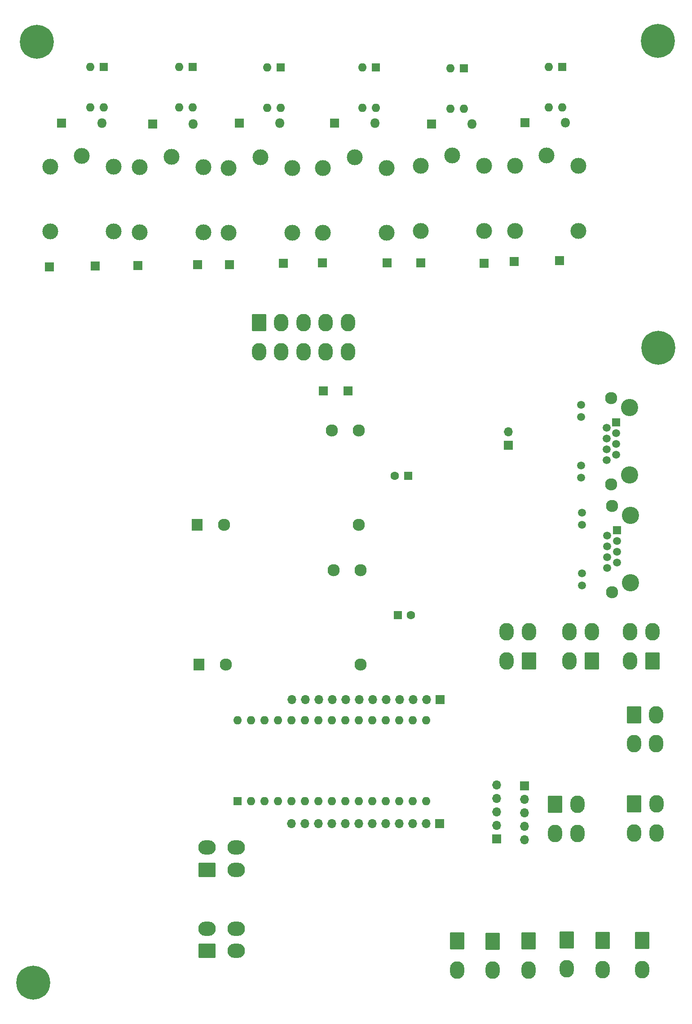
<source format=gbs>
%TF.GenerationSoftware,KiCad,Pcbnew,6.0.6-3a73a75311~116~ubuntu20.04.1*%
%TF.CreationDate,2022-07-08T20:35:28+03:00*%
%TF.ProjectId,kolos_system_2022,6b6f6c6f-735f-4737-9973-74656d5f3230,rev?*%
%TF.SameCoordinates,Original*%
%TF.FileFunction,Soldermask,Bot*%
%TF.FilePolarity,Negative*%
%FSLAX46Y46*%
G04 Gerber Fmt 4.6, Leading zero omitted, Abs format (unit mm)*
G04 Created by KiCad (PCBNEW 6.0.6-3a73a75311~116~ubuntu20.04.1) date 2022-07-08 20:35:28*
%MOMM*%
%LPD*%
G01*
G04 APERTURE LIST*
G04 Aperture macros list*
%AMRoundRect*
0 Rectangle with rounded corners*
0 $1 Rounding radius*
0 $2 $3 $4 $5 $6 $7 $8 $9 X,Y pos of 4 corners*
0 Add a 4 corners polygon primitive as box body*
4,1,4,$2,$3,$4,$5,$6,$7,$8,$9,$2,$3,0*
0 Add four circle primitives for the rounded corners*
1,1,$1+$1,$2,$3*
1,1,$1+$1,$4,$5*
1,1,$1+$1,$6,$7*
1,1,$1+$1,$8,$9*
0 Add four rect primitives between the rounded corners*
20,1,$1+$1,$2,$3,$4,$5,0*
20,1,$1+$1,$4,$5,$6,$7,0*
20,1,$1+$1,$6,$7,$8,$9,0*
20,1,$1+$1,$8,$9,$2,$3,0*%
G04 Aperture macros list end*
%ADD10R,1.700000X1.700000*%
%ADD11RoundRect,0.250001X-1.099999X-1.399999X1.099999X-1.399999X1.099999X1.399999X-1.099999X1.399999X0*%
%ADD12O,2.700000X3.300000*%
%ADD13O,1.700000X1.700000*%
%ADD14C,3.250000*%
%ADD15R,1.500000X1.500000*%
%ADD16C,1.500000*%
%ADD17C,2.300000*%
%ADD18R,2.000000X2.300000*%
%ADD19R,1.600000X1.600000*%
%ADD20O,1.600000X1.600000*%
%ADD21RoundRect,0.250001X1.099999X1.399999X-1.099999X1.399999X-1.099999X-1.399999X1.099999X-1.399999X0*%
%ADD22C,6.400000*%
%ADD23RoundRect,0.250001X1.399999X-1.099999X1.399999X1.099999X-1.399999X1.099999X-1.399999X-1.099999X0*%
%ADD24O,3.300000X2.700000*%
%ADD25R,1.800000X1.800000*%
%ADD26O,1.800000X1.800000*%
%ADD27C,3.000000*%
%ADD28C,1.600000*%
G04 APERTURE END LIST*
D10*
%TO.C,J2*%
X95807000Y-107061000D03*
%TD*%
%TO.C,J1*%
X100457000Y-107061000D03*
%TD*%
D11*
%TO.C,I2C-3*%
X154364000Y-168073000D03*
D12*
X158564000Y-168073000D03*
X154364000Y-173573000D03*
X158564000Y-173573000D03*
%TD*%
D10*
%TO.C,SW1*%
X130683000Y-117348000D03*
D13*
X130683000Y-114808000D03*
%TD*%
D10*
%TO.C,rel2-NC1*%
X126111000Y-83058000D03*
%TD*%
%TO.C,rel3-NC1*%
X107823000Y-82931000D03*
%TD*%
D14*
%TO.C,J19*%
X153672000Y-143256000D03*
X153672000Y-130556000D03*
D15*
X151132000Y-133346000D03*
D16*
X149352000Y-134362000D03*
X151132000Y-135378000D03*
X149352000Y-136394000D03*
X151132000Y-137410000D03*
X149352000Y-138426000D03*
X151132000Y-139442000D03*
X149352000Y-140458000D03*
X144532000Y-130046000D03*
X144532000Y-132336000D03*
X144532000Y-141476000D03*
X144532000Y-143766000D03*
D17*
X150242000Y-145036000D03*
X150242000Y-128776000D03*
%TD*%
D18*
%TO.C,PS2*%
X72390000Y-158607500D03*
D17*
X77470000Y-158607500D03*
X97790000Y-140827500D03*
X102870000Y-140827500D03*
X102870000Y-158607500D03*
%TD*%
D10*
%TO.C,Ja2*%
X117856000Y-165227000D03*
D13*
X115316000Y-165227000D03*
X112776000Y-165227000D03*
X110236000Y-165227000D03*
X107696000Y-165227000D03*
X105156000Y-165227000D03*
X102616000Y-165227000D03*
X100076000Y-165227000D03*
X97536000Y-165227000D03*
X94996000Y-165227000D03*
X92456000Y-165227000D03*
X89916000Y-165227000D03*
%TD*%
D19*
%TO.C,U1*%
X140848000Y-45984000D03*
D20*
X138308000Y-45984000D03*
X138308000Y-53604000D03*
X140848000Y-53604000D03*
%TD*%
D11*
%TO.C,AIN_6*%
X155913000Y-210582000D03*
D12*
X155913000Y-216082000D03*
%TD*%
D21*
%TO.C,1WIRE2*%
X146440000Y-157988000D03*
D12*
X142240000Y-157988000D03*
X146440000Y-152488000D03*
X142240000Y-152488000D03*
%TD*%
D22*
%TO.C,H4*%
X158877000Y-41148000D03*
%TD*%
D11*
%TO.C,AIN_3*%
X134493000Y-210709000D03*
D12*
X134493000Y-216209000D03*
%TD*%
D10*
%TO.C,rel1-NC1*%
X140335000Y-82550000D03*
%TD*%
%TO.C,rel6-NC1*%
X52832000Y-83566000D03*
%TD*%
D19*
%TO.C,A1*%
X79629000Y-184394000D03*
D20*
X82169000Y-184394000D03*
X84709000Y-184394000D03*
X87249000Y-184394000D03*
X89789000Y-184394000D03*
X92329000Y-184394000D03*
X94869000Y-184394000D03*
X97409000Y-184394000D03*
X99949000Y-184394000D03*
X102489000Y-184394000D03*
X105029000Y-184394000D03*
X107569000Y-184394000D03*
X110109000Y-184394000D03*
X112649000Y-184394000D03*
X115189000Y-184394000D03*
X115189000Y-169154000D03*
X112649000Y-169154000D03*
X110109000Y-169154000D03*
X107569000Y-169154000D03*
X105029000Y-169154000D03*
X102489000Y-169154000D03*
X99949000Y-169154000D03*
X97409000Y-169154000D03*
X94869000Y-169154000D03*
X92329000Y-169154000D03*
X89789000Y-169154000D03*
X87249000Y-169154000D03*
X84709000Y-169154000D03*
X82169000Y-169154000D03*
X79629000Y-169154000D03*
%TD*%
D11*
%TO.C,AIN_1*%
X121031000Y-210709000D03*
D12*
X121031000Y-216209000D03*
%TD*%
D23*
%TO.C,DHT_2*%
X73914000Y-212598000D03*
D24*
X73914000Y-208398000D03*
X79414000Y-212598000D03*
X79414000Y-208398000D03*
%TD*%
D19*
%TO.C,U6*%
X54361000Y-45984000D03*
D20*
X51821000Y-45984000D03*
X51821000Y-53604000D03*
X54361000Y-53604000D03*
%TD*%
D21*
%TO.C,1WIRE1*%
X134570000Y-157988000D03*
D12*
X130370000Y-157988000D03*
X134570000Y-152488000D03*
X130370000Y-152488000D03*
%TD*%
D10*
%TO.C,rel4-NC1*%
X88265000Y-83058000D03*
%TD*%
%TO.C,rel2-NO1*%
X114173000Y-82931000D03*
%TD*%
D11*
%TO.C,J29*%
X83666000Y-94195000D03*
D12*
X87866000Y-94195000D03*
X92066000Y-94195000D03*
X96266000Y-94195000D03*
X100466000Y-94195000D03*
X83666000Y-99695000D03*
X87866000Y-99695000D03*
X92066000Y-99695000D03*
X96266000Y-99695000D03*
X100466000Y-99695000D03*
%TD*%
D11*
%TO.C,AIN_5*%
X148463000Y-210582000D03*
D12*
X148463000Y-216082000D03*
%TD*%
D25*
%TO.C,DR1*%
X133858000Y-56515000D03*
D26*
X141478000Y-56515000D03*
%TD*%
D10*
%TO.C,rel5-NC1*%
X60833000Y-83439000D03*
%TD*%
D14*
%TO.C,J18*%
X153543000Y-122940000D03*
X153543000Y-110240000D03*
D15*
X151003000Y-113030000D03*
D16*
X149223000Y-114046000D03*
X151003000Y-115062000D03*
X149223000Y-116078000D03*
X151003000Y-117094000D03*
X149223000Y-118110000D03*
X151003000Y-119126000D03*
X149223000Y-120142000D03*
X144403000Y-109730000D03*
X144403000Y-112020000D03*
X144403000Y-121160000D03*
X144403000Y-123450000D03*
D17*
X150113000Y-108460000D03*
X150113000Y-124720000D03*
%TD*%
D22*
%TO.C,H1*%
X159004000Y-98933000D03*
%TD*%
D27*
%TO.C,K2*%
X114142000Y-64689000D03*
X120142000Y-62689000D03*
X114142000Y-76889000D03*
X126142000Y-76889000D03*
X126142000Y-64689000D03*
%TD*%
D25*
%TO.C,DR6*%
X46482000Y-56642000D03*
D26*
X54102000Y-56642000D03*
%TD*%
D19*
%TO.C,U5*%
X71125000Y-45984000D03*
D20*
X68585000Y-45984000D03*
X68585000Y-53604000D03*
X71125000Y-53604000D03*
%TD*%
D18*
%TO.C,PS1*%
X72009000Y-132318500D03*
D17*
X77089000Y-132318500D03*
X97409000Y-114538500D03*
X102489000Y-114538500D03*
X102489000Y-132318500D03*
%TD*%
D21*
%TO.C,1WIRE3*%
X157870000Y-157988000D03*
D12*
X153670000Y-157988000D03*
X157870000Y-152488000D03*
X153670000Y-152488000D03*
%TD*%
D27*
%TO.C,K4*%
X77947000Y-65070000D03*
X83947000Y-63070000D03*
X77947000Y-77270000D03*
X89947000Y-77270000D03*
X89947000Y-65070000D03*
%TD*%
D19*
%TO.C,C4*%
X109845349Y-149352000D03*
D28*
X112345349Y-149352000D03*
%TD*%
D19*
%TO.C,U4*%
X87762000Y-46111000D03*
D20*
X85222000Y-46111000D03*
X85222000Y-53731000D03*
X87762000Y-53731000D03*
%TD*%
D11*
%TO.C,AIN_4*%
X141732000Y-210491000D03*
D12*
X141732000Y-215991000D03*
%TD*%
D27*
%TO.C,K1*%
X131922000Y-64689000D03*
X137922000Y-62689000D03*
X131922000Y-76889000D03*
X143922000Y-76889000D03*
X143922000Y-64689000D03*
%TD*%
D10*
%TO.C,rel6-NO1*%
X44196000Y-83693000D03*
%TD*%
D25*
%TO.C,DR4*%
X80010000Y-56642000D03*
D26*
X87630000Y-56642000D03*
%TD*%
D10*
%TO.C,rel1-NO1*%
X131826000Y-82677000D03*
%TD*%
D11*
%TO.C,AIN_2*%
X127762000Y-210745000D03*
D12*
X127762000Y-216245000D03*
%TD*%
D11*
%TO.C,I2C-2*%
X154423000Y-184912000D03*
D12*
X158623000Y-184912000D03*
X154423000Y-190412000D03*
X158623000Y-190412000D03*
%TD*%
D22*
%TO.C,H3*%
X41148000Y-218567000D03*
%TD*%
D25*
%TO.C,DR3*%
X97917000Y-56642000D03*
D26*
X105537000Y-56642000D03*
%TD*%
D10*
%TO.C,Ja1*%
X117729000Y-188595000D03*
D13*
X115189000Y-188595000D03*
X112649000Y-188595000D03*
X110109000Y-188595000D03*
X107569000Y-188595000D03*
X105029000Y-188595000D03*
X102489000Y-188595000D03*
X99949000Y-188595000D03*
X97409000Y-188595000D03*
X94869000Y-188595000D03*
X92329000Y-188595000D03*
X89789000Y-188595000D03*
%TD*%
D19*
%TO.C,U2*%
X122306000Y-46238000D03*
D20*
X119766000Y-46238000D03*
X119766000Y-53858000D03*
X122306000Y-53858000D03*
%TD*%
D10*
%TO.C,J5v1*%
X133731000Y-181483000D03*
D13*
X133731000Y-184023000D03*
X133731000Y-186563000D03*
X133731000Y-189103000D03*
X133731000Y-191643000D03*
%TD*%
D10*
%TO.C,Jgnd1*%
X128524000Y-191516000D03*
D13*
X128524000Y-188976000D03*
X128524000Y-186436000D03*
X128524000Y-183896000D03*
X128524000Y-181356000D03*
%TD*%
D23*
%TO.C,DHT_1*%
X73839000Y-197299000D03*
D24*
X73839000Y-193099000D03*
X79339000Y-197299000D03*
X79339000Y-193099000D03*
%TD*%
D10*
%TO.C,rel3-NO1*%
X95631000Y-82931000D03*
%TD*%
D25*
%TO.C,DR2*%
X116205000Y-56769000D03*
D26*
X123825000Y-56769000D03*
%TD*%
D25*
%TO.C,DR5*%
X63627000Y-56769000D03*
D26*
X71247000Y-56769000D03*
%TD*%
D10*
%TO.C,rel4-NO1*%
X78105000Y-83312000D03*
%TD*%
D19*
%TO.C,U3*%
X105669000Y-46111000D03*
D20*
X103129000Y-46111000D03*
X103129000Y-53731000D03*
X105669000Y-53731000D03*
%TD*%
D10*
%TO.C,rel5-NO1*%
X72136000Y-83312000D03*
%TD*%
D22*
%TO.C,H2*%
X41783000Y-41275000D03*
%TD*%
D11*
%TO.C,I2C-1*%
X139505000Y-184964000D03*
D12*
X143705000Y-184964000D03*
X139505000Y-190464000D03*
X143705000Y-190464000D03*
%TD*%
D27*
%TO.C,K5*%
X61183000Y-64943000D03*
X67183000Y-62943000D03*
X61183000Y-77143000D03*
X73183000Y-77143000D03*
X73183000Y-64943000D03*
%TD*%
%TO.C,K6*%
X44292000Y-64816000D03*
X50292000Y-62816000D03*
X44292000Y-77016000D03*
X56292000Y-77016000D03*
X56292000Y-64816000D03*
%TD*%
%TO.C,K3*%
X95727000Y-65070000D03*
X101727000Y-63070000D03*
X95727000Y-77270000D03*
X107727000Y-77270000D03*
X107727000Y-65070000D03*
%TD*%
D19*
%TO.C,C2*%
X111769651Y-123063000D03*
D28*
X109269651Y-123063000D03*
%TD*%
M02*

</source>
